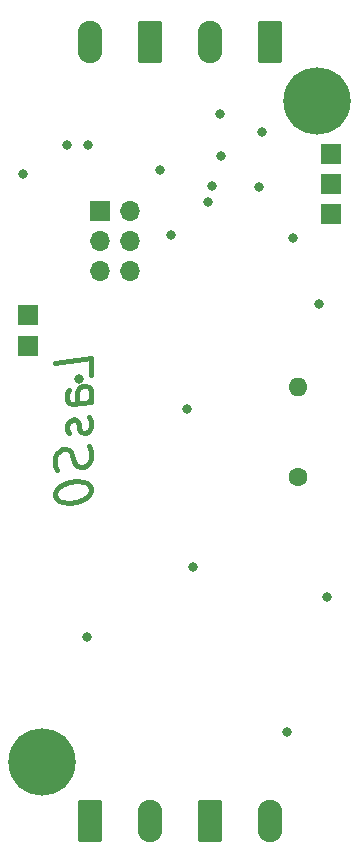
<source format=gbs>
%TF.GenerationSoftware,KiCad,Pcbnew,(5.99.0-11393-ga06b95bb1f)*%
%TF.CreationDate,2021-07-10T21:53:40+02:00*%
%TF.ProjectId,LasS0,4c617353-302e-46b6-9963-61645f706362,v0.1*%
%TF.SameCoordinates,Original*%
%TF.FileFunction,Soldermask,Bot*%
%TF.FilePolarity,Negative*%
%FSLAX46Y46*%
G04 Gerber Fmt 4.6, Leading zero omitted, Abs format (unit mm)*
G04 Created by KiCad (PCBNEW (5.99.0-11393-ga06b95bb1f)) date 2021-07-10 21:53:40*
%MOMM*%
%LPD*%
G01*
G04 APERTURE LIST*
G04 Aperture macros list*
%AMRoundRect*
0 Rectangle with rounded corners*
0 $1 Rounding radius*
0 $2 $3 $4 $5 $6 $7 $8 $9 X,Y pos of 4 corners*
0 Add a 4 corners polygon primitive as box body*
4,1,4,$2,$3,$4,$5,$6,$7,$8,$9,$2,$3,0*
0 Add four circle primitives for the rounded corners*
1,1,$1+$1,$2,$3*
1,1,$1+$1,$4,$5*
1,1,$1+$1,$6,$7*
1,1,$1+$1,$8,$9*
0 Add four rect primitives between the rounded corners*
20,1,$1+$1,$2,$3,$4,$5,0*
20,1,$1+$1,$4,$5,$6,$7,0*
20,1,$1+$1,$6,$7,$8,$9,0*
20,1,$1+$1,$8,$9,$2,$3,0*%
G04 Aperture macros list end*
%ADD10C,0.400000*%
%ADD11RoundRect,0.249999X0.790001X1.550001X-0.790001X1.550001X-0.790001X-1.550001X0.790001X-1.550001X0*%
%ADD12O,2.080000X3.600000*%
%ADD13R,1.700000X1.700000*%
%ADD14C,5.700000*%
%ADD15O,1.600000X1.600000*%
%ADD16C,1.600000*%
%ADD17RoundRect,0.249999X-0.790001X-1.550001X0.790001X-1.550001X0.790001X1.550001X-0.790001X1.550001X0*%
%ADD18O,1.700000X1.700000*%
%ADD19C,0.800000*%
G04 APERTURE END LIST*
D10*
X140977142Y-95215982D02*
X140977142Y-93787410D01*
X137977142Y-94162410D01*
X140977142Y-97501696D02*
X139405714Y-97698125D01*
X139120000Y-97590982D01*
X138977142Y-97323125D01*
X138977142Y-96751696D01*
X139120000Y-96448125D01*
X140834285Y-97519553D02*
X140977142Y-97215982D01*
X140977142Y-96501696D01*
X140834285Y-96233839D01*
X140548571Y-96126696D01*
X140262857Y-96162410D01*
X139977142Y-96340982D01*
X139834285Y-96644553D01*
X139834285Y-97358839D01*
X139691428Y-97662410D01*
X140834285Y-98805267D02*
X140977142Y-99073125D01*
X140977142Y-99644553D01*
X140834285Y-99948125D01*
X140548571Y-100126696D01*
X140405714Y-100144553D01*
X140120000Y-100037410D01*
X139977142Y-99769553D01*
X139977142Y-99340982D01*
X139834285Y-99073125D01*
X139548571Y-98965982D01*
X139405714Y-98983839D01*
X139120000Y-99162410D01*
X138977142Y-99465982D01*
X138977142Y-99894553D01*
X139120000Y-100162410D01*
X140834285Y-101233839D02*
X140977142Y-101644553D01*
X140977142Y-102358839D01*
X140834285Y-102662410D01*
X140691428Y-102823125D01*
X140405714Y-103001696D01*
X140120000Y-103037410D01*
X139834285Y-102930267D01*
X139691428Y-102805267D01*
X139548571Y-102537410D01*
X139405714Y-101983839D01*
X139262857Y-101715982D01*
X139120000Y-101590982D01*
X138834285Y-101483839D01*
X138548571Y-101519553D01*
X138262857Y-101698125D01*
X138120000Y-101858839D01*
X137977142Y-102162410D01*
X137977142Y-102876696D01*
X138120000Y-103287410D01*
X137977142Y-105162410D02*
X137977142Y-105448125D01*
X138120000Y-105715982D01*
X138262857Y-105840982D01*
X138548571Y-105948125D01*
X139120000Y-106019553D01*
X139834285Y-105930267D01*
X140405714Y-105715982D01*
X140691428Y-105537410D01*
X140834285Y-105376696D01*
X140977142Y-105073125D01*
X140977142Y-104787410D01*
X140834285Y-104519553D01*
X140691428Y-104394553D01*
X140405714Y-104287410D01*
X139834285Y-104215982D01*
X139120000Y-104305267D01*
X138548571Y-104519553D01*
X138262857Y-104698125D01*
X138120000Y-104858839D01*
X137977142Y-105162410D01*
D11*
%TO.C,J3*%
X145970000Y-66990000D03*
D12*
X140890000Y-66990000D03*
%TD*%
D13*
%TO.C,J10*%
X135638000Y-92788000D03*
%TD*%
%TO.C,J6*%
X135638000Y-90121000D03*
%TD*%
%TO.C,J9*%
X161292000Y-81612000D03*
%TD*%
%TO.C,J7*%
X161292000Y-76532000D03*
%TD*%
D14*
%TO.C,H2*%
X136860000Y-127990000D03*
%TD*%
D11*
%TO.C,J4*%
X156130000Y-66990000D03*
D12*
X151050000Y-66990000D03*
%TD*%
D13*
%TO.C,J8*%
X161292000Y-79072000D03*
%TD*%
D15*
%TO.C,LOGO1*%
X158544800Y-96215400D03*
D16*
X158544800Y-103835400D03*
%TD*%
D17*
%TO.C,J1*%
X140890000Y-132990000D03*
D12*
X145970000Y-132990000D03*
%TD*%
D13*
%TO.C,J5*%
X141759400Y-81358000D03*
D18*
X144299400Y-81358000D03*
X141759400Y-83898000D03*
X144299400Y-83898000D03*
X141759400Y-86438000D03*
X144299400Y-86438000D03*
%TD*%
D17*
%TO.C,J2*%
X151050000Y-132990000D03*
D12*
X156130000Y-132990000D03*
%TD*%
D14*
%TO.C,H1*%
X160160000Y-72000000D03*
%TD*%
D19*
X149100000Y-98122000D03*
X138940000Y-75770000D03*
X157609000Y-125427000D03*
X135257000Y-78183000D03*
X160956000Y-113970000D03*
X155450000Y-74627000D03*
X140718000Y-75770000D03*
X140636000Y-117399000D03*
X147748000Y-83363000D03*
X158117000Y-83644000D03*
X149658800Y-111507800D03*
X139956000Y-95582000D03*
X160276000Y-89232000D03*
X151894000Y-73103000D03*
X146814000Y-77859989D03*
X151225900Y-79232100D03*
X152021000Y-76659000D03*
X155196000Y-79326000D03*
X150878000Y-80596000D03*
M02*

</source>
